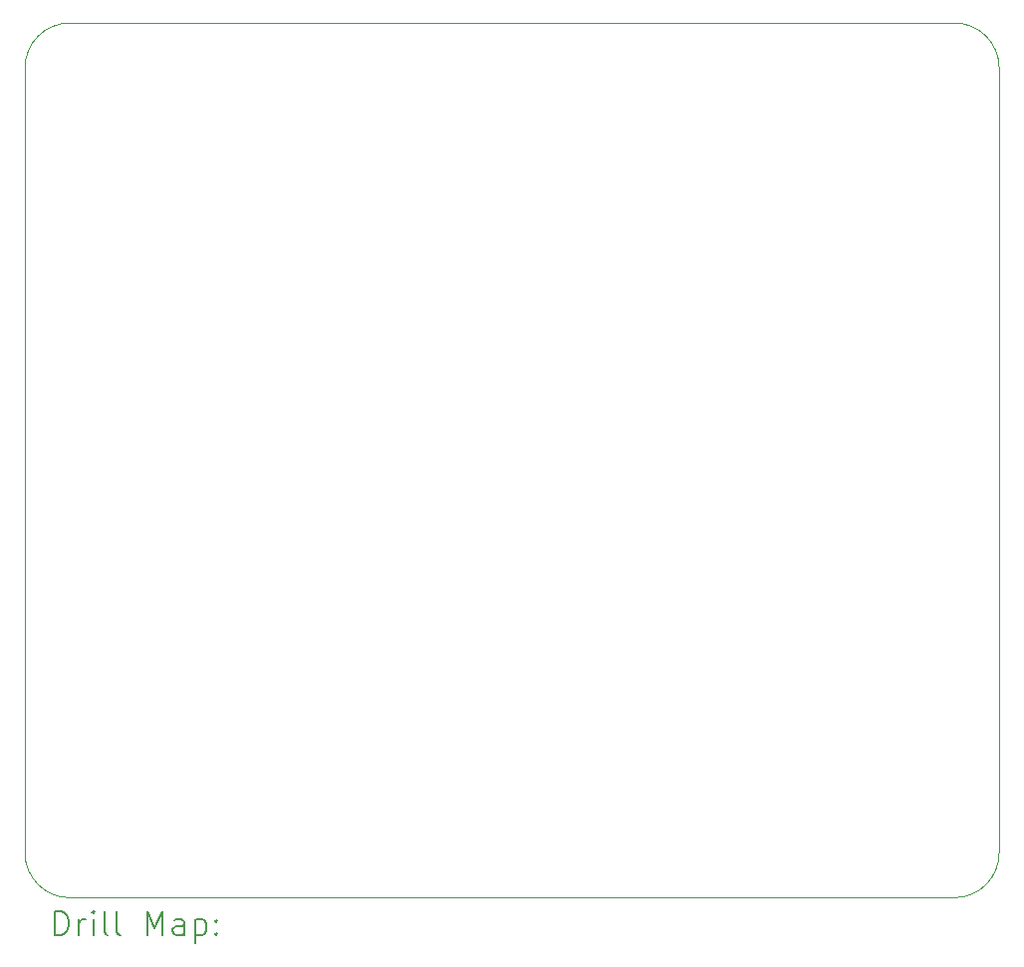
<source format=gbr>
%TF.GenerationSoftware,KiCad,Pcbnew,7.0.9*%
%TF.CreationDate,2024-04-16T14:42:50-04:00*%
%TF.ProjectId,Converters,436f6e76-6572-4746-9572-732e6b696361,rev?*%
%TF.SameCoordinates,Original*%
%TF.FileFunction,Drillmap*%
%TF.FilePolarity,Positive*%
%FSLAX45Y45*%
G04 Gerber Fmt 4.5, Leading zero omitted, Abs format (unit mm)*
G04 Created by KiCad (PCBNEW 7.0.9) date 2024-04-16 14:42:50*
%MOMM*%
%LPD*%
G01*
G04 APERTURE LIST*
%ADD10C,0.100000*%
%ADD11C,0.200000*%
G04 APERTURE END LIST*
D10*
X18262600Y-14081592D02*
X10744200Y-14081592D01*
X18262600Y-14081590D02*
G75*
G03*
X18643600Y-13700592I-10J381010D01*
G01*
X18643602Y-7025808D02*
G75*
G03*
X18262600Y-6644808I-381002J-2D01*
G01*
X10363198Y-13700592D02*
G75*
G03*
X10744200Y-14081592I381002J2D01*
G01*
X10363200Y-13700592D02*
X10363200Y-7025808D01*
X10744200Y-6644810D02*
G75*
G03*
X10363200Y-7025808I0J-381000D01*
G01*
X18643600Y-7025808D02*
X18643600Y-13700592D01*
X10744200Y-6644808D02*
X18262600Y-6644808D01*
D11*
X10618977Y-14398076D02*
X10618977Y-14198076D01*
X10618977Y-14198076D02*
X10666596Y-14198076D01*
X10666596Y-14198076D02*
X10695167Y-14207600D01*
X10695167Y-14207600D02*
X10714215Y-14226647D01*
X10714215Y-14226647D02*
X10723739Y-14245695D01*
X10723739Y-14245695D02*
X10733263Y-14283790D01*
X10733263Y-14283790D02*
X10733263Y-14312362D01*
X10733263Y-14312362D02*
X10723739Y-14350457D01*
X10723739Y-14350457D02*
X10714215Y-14369505D01*
X10714215Y-14369505D02*
X10695167Y-14388552D01*
X10695167Y-14388552D02*
X10666596Y-14398076D01*
X10666596Y-14398076D02*
X10618977Y-14398076D01*
X10818977Y-14398076D02*
X10818977Y-14264743D01*
X10818977Y-14302838D02*
X10828501Y-14283790D01*
X10828501Y-14283790D02*
X10838024Y-14274266D01*
X10838024Y-14274266D02*
X10857072Y-14264743D01*
X10857072Y-14264743D02*
X10876120Y-14264743D01*
X10942786Y-14398076D02*
X10942786Y-14264743D01*
X10942786Y-14198076D02*
X10933263Y-14207600D01*
X10933263Y-14207600D02*
X10942786Y-14217124D01*
X10942786Y-14217124D02*
X10952310Y-14207600D01*
X10952310Y-14207600D02*
X10942786Y-14198076D01*
X10942786Y-14198076D02*
X10942786Y-14217124D01*
X11066596Y-14398076D02*
X11047548Y-14388552D01*
X11047548Y-14388552D02*
X11038024Y-14369505D01*
X11038024Y-14369505D02*
X11038024Y-14198076D01*
X11171358Y-14398076D02*
X11152310Y-14388552D01*
X11152310Y-14388552D02*
X11142786Y-14369505D01*
X11142786Y-14369505D02*
X11142786Y-14198076D01*
X11399929Y-14398076D02*
X11399929Y-14198076D01*
X11399929Y-14198076D02*
X11466596Y-14340933D01*
X11466596Y-14340933D02*
X11533262Y-14198076D01*
X11533262Y-14198076D02*
X11533262Y-14398076D01*
X11714215Y-14398076D02*
X11714215Y-14293314D01*
X11714215Y-14293314D02*
X11704691Y-14274266D01*
X11704691Y-14274266D02*
X11685643Y-14264743D01*
X11685643Y-14264743D02*
X11647548Y-14264743D01*
X11647548Y-14264743D02*
X11628501Y-14274266D01*
X11714215Y-14388552D02*
X11695167Y-14398076D01*
X11695167Y-14398076D02*
X11647548Y-14398076D01*
X11647548Y-14398076D02*
X11628501Y-14388552D01*
X11628501Y-14388552D02*
X11618977Y-14369505D01*
X11618977Y-14369505D02*
X11618977Y-14350457D01*
X11618977Y-14350457D02*
X11628501Y-14331409D01*
X11628501Y-14331409D02*
X11647548Y-14321886D01*
X11647548Y-14321886D02*
X11695167Y-14321886D01*
X11695167Y-14321886D02*
X11714215Y-14312362D01*
X11809453Y-14264743D02*
X11809453Y-14464743D01*
X11809453Y-14274266D02*
X11828501Y-14264743D01*
X11828501Y-14264743D02*
X11866596Y-14264743D01*
X11866596Y-14264743D02*
X11885643Y-14274266D01*
X11885643Y-14274266D02*
X11895167Y-14283790D01*
X11895167Y-14283790D02*
X11904691Y-14302838D01*
X11904691Y-14302838D02*
X11904691Y-14359981D01*
X11904691Y-14359981D02*
X11895167Y-14379028D01*
X11895167Y-14379028D02*
X11885643Y-14388552D01*
X11885643Y-14388552D02*
X11866596Y-14398076D01*
X11866596Y-14398076D02*
X11828501Y-14398076D01*
X11828501Y-14398076D02*
X11809453Y-14388552D01*
X11990405Y-14379028D02*
X11999929Y-14388552D01*
X11999929Y-14388552D02*
X11990405Y-14398076D01*
X11990405Y-14398076D02*
X11980882Y-14388552D01*
X11980882Y-14388552D02*
X11990405Y-14379028D01*
X11990405Y-14379028D02*
X11990405Y-14398076D01*
X11990405Y-14274266D02*
X11999929Y-14283790D01*
X11999929Y-14283790D02*
X11990405Y-14293314D01*
X11990405Y-14293314D02*
X11980882Y-14283790D01*
X11980882Y-14283790D02*
X11990405Y-14274266D01*
X11990405Y-14274266D02*
X11990405Y-14293314D01*
M02*

</source>
